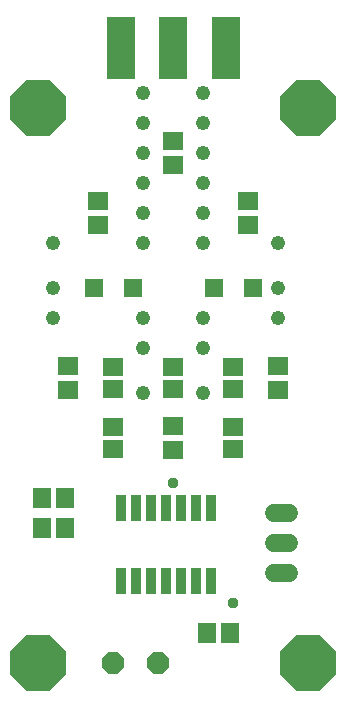
<source format=gbr>
G04 EAGLE Gerber RS-274X export*
G75*
%MOMM*%
%FSLAX34Y34*%
%LPD*%
%INSoldermask Top*%
%IPPOS*%
%AMOC8*
5,1,8,0,0,1.08239X$1,22.5*%
G01*
%ADD10R,1.503200X1.803200*%
%ADD11R,1.803200X1.503200*%
%ADD12R,0.863600X2.235200*%
%ADD13R,1.503200X1.703200*%
%ADD14R,1.703200X1.503200*%
%ADD15R,2.489200X5.283200*%
%ADD16P,1.951982X8X22.500000*%
%ADD17C,1.524000*%
%ADD18P,5.090697X8X22.500000*%
%ADD19R,1.600200X1.600200*%
%ADD20C,1.209600*%
%ADD21C,0.959600*%


D10*
X60800Y368300D03*
X40800Y368300D03*
D11*
X152400Y454500D03*
X152400Y434500D03*
X241300Y485300D03*
X241300Y505300D03*
X63500Y485300D03*
X63500Y505300D03*
X152400Y695800D03*
X152400Y675800D03*
X215900Y645000D03*
X215900Y625000D03*
X88900Y645000D03*
X88900Y625000D03*
D10*
X200500Y279400D03*
X180500Y279400D03*
D12*
X107950Y323596D03*
X107950Y385064D03*
X120650Y323596D03*
X133350Y323596D03*
X120650Y385064D03*
X133350Y385064D03*
X146050Y323596D03*
X146050Y385064D03*
X158750Y323596D03*
X171450Y323596D03*
X158750Y385064D03*
X171450Y385064D03*
X184150Y323596D03*
X184150Y385064D03*
D13*
X41300Y393700D03*
X60300Y393700D03*
D14*
X203200Y435000D03*
X203200Y454000D03*
X101600Y435000D03*
X101600Y454000D03*
X203200Y485800D03*
X203200Y504800D03*
X152400Y485800D03*
X152400Y504800D03*
X101600Y485800D03*
X101600Y504800D03*
D15*
X152400Y774446D03*
X196596Y774446D03*
X108204Y774446D03*
D16*
X101600Y254000D03*
X139700Y254000D03*
D17*
X237236Y355600D02*
X250444Y355600D01*
X250444Y330200D02*
X237236Y330200D01*
X237236Y381000D02*
X250444Y381000D01*
D18*
X38100Y723900D03*
X38100Y254000D03*
X266700Y723900D03*
X266700Y254000D03*
D19*
X219710Y571500D03*
X186690Y571500D03*
X85090Y571500D03*
X118110Y571500D03*
D20*
X127000Y736600D03*
X177800Y736600D03*
X177800Y711200D03*
X127000Y711200D03*
X127000Y685800D03*
X177800Y685800D03*
X127000Y660400D03*
X177800Y660400D03*
X177800Y635000D03*
X127000Y635000D03*
X127000Y609600D03*
X177800Y609600D03*
X241300Y609600D03*
X241300Y571500D03*
X241300Y546100D03*
X177800Y546100D03*
X127000Y546100D03*
X127000Y520700D03*
X177800Y520700D03*
X177800Y482600D03*
X127000Y482600D03*
X50800Y609600D03*
X50800Y571500D03*
X50800Y546100D03*
D21*
X152400Y406400D03*
X203200Y304800D03*
M02*

</source>
